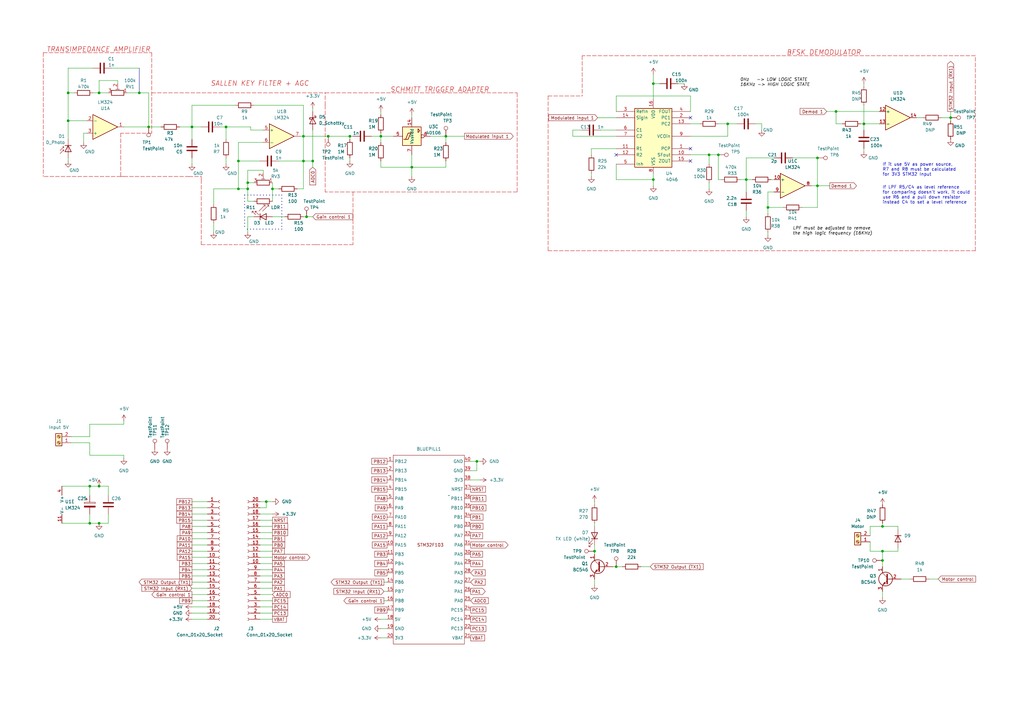
<source format=kicad_sch>
(kicad_sch (version 20230121) (generator eeschema)
  (paper "A3")
  (title_block (title "BFSK for VLC link") (date "2023-09-30") (rev "2") (company "Designer: Alan Vel"))
  (junction (at 128.27 66.04))
  (junction (at 290.83 63.5))
  (junction (at 252.73 232.41))
  (junction (at 156.21 55.88))
  (junction (at 354.33 50.8))
  (junction (at 298.45 50.8))
  (junction (at 335.28 76.2))
  (junction (at 36.83 214.63))
  (junction (at 168.91 68.58))
  (junction (at 36.83 199.39))
  (junction (at 40.64 38.1))
  (junction (at 40.64 214.63))
  (junction (at 143.51 55.88))
  (junction (at 57.15 38.1))
  (junction (at 125.73 88.9))
  (junction (at 124.46 55.88))
  (junction (at 361.95 229.87))
  (junction (at 60.96 52.07))
  (junction (at 111.76 77.47))
  (junction (at 40.64 199.39))
  (junction (at 294.64 63.5))
  (junction (at 92.71 52.07))
  (junction (at 267.97 73.66))
  (junction (at 97.79 66.04))
  (junction (at 361.95 215.9))
  (junction (at 267.97 34.29))
  (junction (at 124.46 66.04))
  (junction (at 101.6 77.47))
  (junction (at 243.84 226.06))
  (junction (at 109.22 205.74))
  (junction (at 182.88 55.88))
  (junction (at 78.74 52.07))
  (junction (at 389.89 48.26))
  (junction (at 195.58 189.23))
  (junction (at 306.07 73.66))
  (junction (at 335.28 64.77))
  (junction (at 27.94 38.1))
  (junction (at 101.6 74.93))
  (junction (at 27.94 49.53))
  (junction (at 342.9 45.72))
  (junction (at 134.62 55.88))
  (junction (at 314.96 85.09))
  (junction (at 97.79 77.47))
  (junction (at 361.95 226.06))
  (no_connect (at 252.73 63.5))
  (no_connect (at 283.21 48.26))
  (no_connect (at 283.21 60.96))
  (no_connect (at 283.21 66.04))
  (wire (pts (xy 266.7 232.41) (xy 262.89 232.41)))
  (wire (pts (xy 243.84 226.06) (xy 243.84 227.33)))
  (wire (pts (xy 27.94 49.53) (xy 35.56 49.53)))
  (wire (pts (xy 267.97 71.12) (xy 267.97 73.66)))
  (wire (pts (xy 243.84 223.52) (xy 243.84 226.06)))
  (wire (pts (xy 245.11 48.26) (xy 252.73 48.26)))
  (wire (pts (xy 152.4 55.88) (xy 156.21 55.88)))
  (wire (pts (xy 156.21 257.81) (xy 158.75 257.81)))
  (wire (pts (xy 90.17 52.07) (xy 92.71 52.07)))
  (wire (pts (xy 36.83 173.99) (xy 50.8 173.99)))
  (wire (pts (xy 243.84 214.63) (xy 243.84 215.9)))
  (wire (pts (xy 314.96 95.25) (xy 314.96 96.52)))
  (polyline (pts (xy 82.55 72.39) (xy 82.55 73.66)) (stroke (width 0) (type dash) (color 194 0 0 1)))
  (wire (pts (xy 111.76 88.9) (xy 116.84 88.9)))
  (bus (pts (xy 100.33 80.01) (xy 100.33 93.98)) (stroke (width 0) (type dot)))
  (polyline (pts (xy 212.09 38.1) (xy 212.09 78.74)) (stroke (width 0) (type dash) (color 194 0 0 1)))
  (wire (pts (xy 78.74 228.6) (xy 85.09 228.6)))
  (wire (pts (xy 97.79 77.47) (xy 101.6 77.47)))
  (wire (pts (xy 92.71 52.07) (xy 102.87 52.07)))
  (wire (pts (xy 242.57 71.12) (xy 242.57 72.39)))
  (wire (pts (xy 156.21 254) (xy 158.75 254)))
  (wire (pts (xy 303.53 73.66) (xy 306.07 73.66)))
  (wire (pts (xy 255.27 232.41) (xy 252.73 232.41)))
  (polyline (pts (xy 129.54 100.33) (xy 93.98 100.33)) (stroke (width 0) (type dash) (color 194 0 0 1)))
  (wire (pts (xy 106.68 213.36) (xy 111.76 213.36)))
  (wire (pts (xy 78.74 64.77) (xy 78.74 67.31)))
  (wire (pts (xy 106.68 236.22) (xy 111.76 236.22)))
  (wire (pts (xy 314.96 85.09) (xy 314.96 78.74)))
  (wire (pts (xy 290.83 63.5) (xy 294.64 63.5)))
  (wire (pts (xy 97.79 66.04) (xy 97.79 77.47)))
  (wire (pts (xy 101.6 69.85) (xy 101.6 74.93)))
  (wire (pts (xy 325.12 64.77) (xy 335.28 64.77)))
  (wire (pts (xy 156.21 55.88) (xy 156.21 58.42)))
  (wire (pts (xy 106.68 243.84) (xy 111.76 243.84)))
  (wire (pts (xy 87.63 77.47) (xy 97.79 77.47)))
  (wire (pts (xy 157.48 238.76) (xy 158.75 238.76)))
  (polyline (pts (xy 82.55 73.66) (xy 82.55 100.33)) (stroke (width 0) (type dash) (color 194 0 0 1)))
  (wire (pts (xy 295.91 73.66) (xy 294.64 73.66)))
  (wire (pts (xy 78.74 208.28) (xy 85.09 208.28)))
  (wire (pts (xy 290.83 63.5) (xy 290.83 67.31)))
  (wire (pts (xy 107.95 69.85) (xy 101.6 69.85)))
  (wire (pts (xy 182.88 58.42) (xy 182.88 55.88)))
  (wire (pts (xy 252.73 39.37) (xy 283.21 39.37)))
  (wire (pts (xy 106.68 226.06) (xy 111.76 226.06)))
  (wire (pts (xy 335.28 85.09) (xy 335.28 76.2)))
  (wire (pts (xy 156.21 55.88) (xy 161.29 55.88)))
  (wire (pts (xy 121.92 77.47) (xy 124.46 77.47)))
  (wire (pts (xy 267.97 34.29) (xy 267.97 40.64)))
  (polyline (pts (xy 77.47 72.39) (xy 82.55 72.39)) (stroke (width 0) (type dash) (color 194 0 0 1)))
  (wire (pts (xy 128.27 66.04) (xy 128.27 68.58)))
  (wire (pts (xy 25.4 199.39) (xy 36.83 199.39)))
  (polyline (pts (xy 50.8 72.39) (xy 77.47 72.39)) (stroke (width 0) (type dash) (color 194 0 0 1)))
  (wire (pts (xy 27.94 64.77) (xy 27.94 66.04)))
  (wire (pts (xy 78.74 218.44) (xy 85.09 218.44)))
  (wire (pts (xy 27.94 57.15) (xy 27.94 49.53)))
  (wire (pts (xy 78.74 243.84) (xy 85.09 243.84)))
  (wire (pts (xy 124.46 55.88) (xy 134.62 55.88)))
  (wire (pts (xy 106.68 205.74) (xy 109.22 205.74)))
  (polyline (pts (xy 133.35 38.1) (xy 212.09 38.1)) (stroke (width 0) (type dash) (color 194 0 0 1)))
  (polyline (pts (xy 400.05 22.86) (xy 238.76 22.86)) (stroke (width 0) (type dash) (color 194 0 0 1)))
  (wire (pts (xy 106.68 241.3) (xy 111.76 241.3)))
  (wire (pts (xy 78.74 236.22) (xy 85.09 236.22)))
  (wire (pts (xy 298.45 50.8) (xy 302.26 50.8)))
  (wire (pts (xy 124.46 66.04) (xy 124.46 77.47)))
  (wire (pts (xy 298.45 55.88) (xy 298.45 50.8)))
  (wire (pts (xy 195.58 189.23) (xy 196.85 189.23)))
  (wire (pts (xy 335.28 76.2) (xy 340.36 76.2)))
  (wire (pts (xy 243.84 237.49) (xy 243.84 240.03)))
  (wire (pts (xy 267.97 34.29) (xy 270.51 34.29)))
  (wire (pts (xy 52.07 38.1) (xy 57.15 38.1)))
  (wire (pts (xy 368.3 224.79) (xy 368.3 226.06)))
  (wire (pts (xy 156.21 45.72) (xy 156.21 46.99)))
  (polyline (pts (xy 133.35 43.18) (xy 133.35 38.1)) (stroke (width 0) (type dash) (color 194 0 0 1)))
  (wire (pts (xy 107.95 69.85) (xy 107.95 71.12)))
  (wire (pts (xy 78.74 220.98) (xy 85.09 220.98)))
  (wire (pts (xy 106.68 223.52) (xy 111.76 223.52)))
  (wire (pts (xy 353.06 50.8) (xy 354.33 50.8)))
  (wire (pts (xy 238.76 53.34) (xy 234.95 53.34)))
  (wire (pts (xy 25.4 214.63) (xy 36.83 214.63)))
  (polyline (pts (xy 17.78 21.59) (xy 17.78 72.39)) (stroke (width 0) (type dash) (color 194 0 0 1)))
  (wire (pts (xy 92.71 52.07) (xy 92.71 57.15)))
  (wire (pts (xy 36.83 214.63) (xy 40.64 214.63)))
  (wire (pts (xy 106.68 208.28) (xy 109.22 208.28)))
  (wire (pts (xy 314.96 87.63) (xy 314.96 85.09)))
  (wire (pts (xy 156.21 66.04) (xy 156.21 68.58)))
  (wire (pts (xy 106.68 246.38) (xy 111.76 246.38)))
  (wire (pts (xy 356.87 215.9) (xy 361.95 215.9)))
  (polyline (pts (xy 224.79 39.37) (xy 224.79 102.87)) (stroke (width 0) (type dash) (color 194 0 0 1)))
  (wire (pts (xy 193.04 189.23) (xy 195.58 189.23)))
  (wire (pts (xy 34.29 58.42) (xy 34.29 54.61)))
  (wire (pts (xy 342.9 45.72) (xy 360.68 45.72)))
  (wire (pts (xy 111.76 77.47) (xy 114.3 77.47)))
  (wire (pts (xy 195.58 189.23) (xy 195.58 193.04)))
  (polyline (pts (xy 133.35 43.18) (xy 133.35 78.74)) (stroke (width 0) (type dash) (color 194 0 0 1)))
  (wire (pts (xy 267.97 30.48) (xy 267.97 34.29)))
  (wire (pts (xy 48.26 33.02) (xy 40.64 33.02)))
  (wire (pts (xy 101.6 95.25) (xy 101.6 88.9)))
  (bus (pts (xy 100.33 80.01) (xy 115.57 80.01)) (stroke (width 0) (type dot)))
  (wire (pts (xy 78.74 226.06) (xy 85.09 226.06)))
  (wire (pts (xy 101.6 74.93) (xy 101.6 77.47)))
  (wire (pts (xy 48.26 34.29) (xy 48.26 33.02)))
  (wire (pts (xy 78.74 52.07) (xy 82.55 52.07)))
  (wire (pts (xy 106.68 215.9) (xy 111.76 215.9)))
  (polyline (pts (xy 62.23 21.59) (xy 62.23 54.61)) (stroke (width 0) (type dash) (color 194 0 0 1)))
  (wire (pts (xy 78.74 231.14) (xy 85.09 231.14)))
  (wire (pts (xy 294.64 50.8) (xy 298.45 50.8)))
  (polyline (pts (xy 224.79 39.37) (xy 238.76 39.37)) (stroke (width 0) (type dash) (color 194 0 0 1)))
  (wire (pts (xy 36.83 179.07) (xy 36.83 173.99)))
  (wire (pts (xy 111.76 77.47) (xy 111.76 82.55)))
  (wire (pts (xy 60.96 38.1) (xy 57.15 38.1)))
  (wire (pts (xy 124.46 88.9) (xy 125.73 88.9)))
  (wire (pts (xy 389.89 48.26) (xy 389.89 49.53)))
  (wire (pts (xy 87.63 91.44) (xy 87.63 95.25)))
  (wire (pts (xy 78.74 241.3) (xy 85.09 241.3)))
  (wire (pts (xy 306.07 73.66) (xy 308.61 73.66)))
  (wire (pts (xy 106.68 238.76) (xy 111.76 238.76)))
  (wire (pts (xy 106.68 231.14) (xy 111.76 231.14)))
  (wire (pts (xy 312.42 50.8) (xy 312.42 53.34)))
  (wire (pts (xy 384.81 237.49) (xy 381 237.49)))
  (wire (pts (xy 143.51 64.77) (xy 143.51 66.04)))
  (wire (pts (xy 106.68 228.6) (xy 111.76 228.6)))
  (wire (pts (xy 124.46 66.04) (xy 124.46 55.88)))
  (wire (pts (xy 156.21 54.61) (xy 156.21 55.88)))
  (wire (pts (xy 234.95 53.34) (xy 234.95 55.88)))
  (wire (pts (xy 316.23 73.66) (xy 317.5 73.66)))
  (wire (pts (xy 106.68 210.82) (xy 111.76 210.82)))
  (wire (pts (xy 328.93 85.09) (xy 335.28 85.09)))
  (wire (pts (xy 30.48 38.1) (xy 27.94 38.1)))
  (wire (pts (xy 356.87 226.06) (xy 361.95 226.06)))
  (wire (pts (xy 267.97 73.66) (xy 267.97 76.2)))
  (wire (pts (xy 50.8 187.96) (xy 50.8 186.69)))
  (wire (pts (xy 128.27 53.34) (xy 128.27 66.04)))
  (wire (pts (xy 283.21 39.37) (xy 283.21 45.72)))
  (wire (pts (xy 29.21 179.07) (xy 36.83 179.07)))
  (wire (pts (xy 182.88 66.04) (xy 182.88 68.58)))
  (wire (pts (xy 106.68 254) (xy 111.76 254)))
  (wire (pts (xy 36.83 199.39) (xy 36.83 203.2)))
  (wire (pts (xy 354.33 50.8) (xy 360.68 50.8)))
  (wire (pts (xy 27.94 38.1) (xy 27.94 49.53)))
  (wire (pts (xy 101.6 88.9) (xy 104.14 88.9)))
  (polyline (pts (xy 49.53 72.39) (xy 50.8 72.39)) (stroke (width 0) (type dash) (color 194 0 0 1)))
  (wire (pts (xy 168.91 46.99) (xy 168.91 48.26)))
  (wire (pts (xy 356.87 222.25) (xy 356.87 226.06)))
  (wire (pts (xy 252.73 232.41) (xy 251.46 232.41)))
  (wire (pts (xy 168.91 63.5) (xy 168.91 68.58)))
  (wire (pts (xy 97.79 58.42) (xy 97.79 66.04)))
  (wire (pts (xy 368.3 217.17) (xy 368.3 215.9)))
  (wire (pts (xy 60.96 38.1) (xy 60.96 52.07)))
  (wire (pts (xy 57.15 27.94) (xy 57.15 38.1)) (stroke (width 0) (color 0 0 132 1)))
  (wire (pts (xy 50.8 52.07) (xy 60.96 52.07)))
  (wire (pts (xy 182.88 68.58) (xy 168.91 68.58)))
  (polyline (pts (xy 49.53 54.61) (xy 49.53 72.39)) (stroke (width 0) (type dash) (color 194 0 0 1)))
  (wire (pts (xy 111.76 77.47) (xy 111.76 74.93)))
  (wire (pts (xy 109.22 208.28) (xy 109.22 205.74)))
  (wire (pts (xy 157.48 242.57) (xy 158.75 242.57)))
  (wire (pts (xy 78.74 248.92) (xy 85.09 248.92)))
  (wire (pts (xy 283.21 50.8) (xy 287.02 50.8)))
  (wire (pts (xy 38.1 27.94) (xy 27.94 27.94)))
  (wire (pts (xy 314.96 78.74) (xy 317.5 78.74)))
  (wire (pts (xy 78.74 251.46) (xy 85.09 251.46)))
  (wire (pts (xy 44.45 210.82) (xy 44.45 214.63)))
  (wire (pts (xy 96.52 43.18) (xy 78.74 43.18)))
  (polyline (pts (xy 224.79 102.87) (xy 400.05 102.87)) (stroke (width 0) (type dash) (color 194 0 0 1)))
  (wire (pts (xy 104.14 74.93) (xy 101.6 74.93)))
  (wire (pts (xy 156.21 261.62) (xy 158.75 261.62)))
  (wire (pts (xy 106.68 251.46) (xy 111.76 251.46)))
  (wire (pts (xy 143.51 55.88) (xy 143.51 57.15)))
  (wire (pts (xy 373.38 237.49) (xy 369.57 237.49)))
  (wire (pts (xy 283.21 55.88) (xy 298.45 55.88)))
  (wire (pts (xy 97.79 58.42) (xy 107.95 58.42)))
  (wire (pts (xy 157.48 246.38) (xy 158.75 246.38)))
  (wire (pts (xy 40.64 38.1) (xy 44.45 38.1)))
  (wire (pts (xy 101.6 77.47) (xy 101.6 82.55)))
  (wire (pts (xy 342.9 50.8) (xy 342.9 45.72)))
  (wire (pts (xy 45.72 27.94) (xy 57.15 27.94)))
  (wire (pts (xy 335.28 64.77) (xy 335.28 76.2)))
  (wire (pts (xy 78.74 210.82) (xy 85.09 210.82)))
  (wire (pts (xy 361.95 242.57) (xy 361.95 245.11)))
  (wire (pts (xy 34.29 54.61) (xy 35.56 54.61)))
  (wire (pts (xy 78.74 233.68) (xy 85.09 233.68)))
  (wire (pts (xy 356.87 219.71) (xy 356.87 215.9)))
  (polyline (pts (xy 129.54 100.33) (xy 144.78 100.33)) (stroke (width 0) (type dash) (color 194 0 0 1)))
  (polyline (pts (xy 238.76 22.86) (xy 238.76 39.37)) (stroke (width 0) (type dash) (color 194 0 0 1)))
  (wire (pts (xy 106.68 233.68) (xy 111.76 233.68)))
  (wire (pts (xy 101.6 82.55) (xy 104.14 82.55)))
  (wire (pts (xy 361.95 229.87) (xy 361.95 232.41)))
  (wire (pts (xy 278.13 34.29) (xy 280.67 34.29)))
  (polyline (pts (xy 49.53 72.39) (xy 17.78 72.39)) (stroke (width 0) (type dash) (color 194 0 0 1)))
  (wire (pts (xy 182.88 55.88) (xy 190.5 55.88)))
  (wire (pts (xy 124.46 55.88) (xy 123.19 55.88)))
  (wire (pts (xy 78.74 43.18) (xy 78.74 52.07)))
  (wire (pts (xy 36.83 186.69) (xy 50.8 186.69)))
  (wire (pts (xy 368.3 226.06) (xy 361.95 226.06)))
  (wire (pts (xy 193.04 196.85) (xy 196.85 196.85)))
  (wire (pts (xy 27.94 27.94) (xy 27.94 38.1)))
  (wire (pts (xy 78.74 223.52) (xy 85.09 223.52)))
  (wire (pts (xy 78.74 238.76) (xy 85.09 238.76)))
  (wire (pts (xy 104.14 43.18) (xy 124.46 43.18)))
  (wire (pts (xy 354.33 53.34) (xy 354.33 50.8)))
  (polyline (pts (xy 400.05 102.87) (xy 400.05 22.86)) (stroke (width 0) (type dash) (color 194 0 0 1)))
  (wire (pts (xy 38.1 38.1) (xy 40.64 38.1)))
  (wire (pts (xy 92.71 64.77) (xy 92.71 67.31)))
  (wire (pts (xy 78.74 254) (xy 85.09 254)))
  (wire (pts (xy 50.8 172.72) (xy 50.8 173.99)))
  (wire (pts (xy 36.83 210.82) (xy 36.83 214.63)))
  (wire (pts (xy 114.3 66.04) (xy 124.46 66.04)))
  (wire (pts (xy 243.84 205.74) (xy 243.84 207.01)))
  (wire (pts (xy 97.79 66.04) (xy 106.68 66.04)))
  (wire (pts (xy 386.08 48.26) (xy 389.89 48.26)))
  (wire (pts (xy 309.88 50.8) (xy 312.42 50.8)))
  (wire (pts (xy 354.33 60.96) (xy 354.33 62.23)))
  (wire (pts (xy 134.62 55.88) (xy 143.51 55.88)))
  (polyline (pts (xy 82.55 100.33) (xy 93.98 100.33)) (stroke (width 0) (type dash) (color 194 0 0 1)))
  (wire (pts (xy 109.22 205.74) (xy 111.76 205.74)))
  (wire (pts (xy 252.73 73.66) (xy 267.97 73.66)))
  (wire (pts (xy 87.63 77.47) (xy 87.63 83.82)))
  (bus (pts (xy 115.57 80.01) (xy 115.57 93.98)) (stroke (width 0) (type dot)))
  (wire (pts (xy 252.73 60.96) (xy 242.57 60.96)))
  (wire (pts (xy 124.46 43.18) (xy 124.46 55.88)))
  (wire (pts (xy 106.68 220.98) (xy 111.76 220.98)))
  (wire (pts (xy 283.21 63.5) (xy 290.83 63.5)))
  (bus (pts (xy 115.57 93.98) (xy 100.33 93.98)) (stroke (width 0) (type dot)))
  (wire (pts (xy 193.04 193.04) (xy 195.58 193.04)))
  (wire (pts (xy 354.33 43.18) (xy 354.33 50.8)))
  (wire (pts (xy 246.38 53.34) (xy 252.73 53.34)))
  (wire (pts (xy 368.3 215.9) (xy 361.95 215.9)))
  (wire (pts (xy 375.92 48.26) (xy 378.46 48.26)))
  (wire (pts (xy 252.73 45.72) (xy 252.73 39.37)))
  (wire (pts (xy 29.21 181.61) (xy 36.83 181.61)))
  (wire (pts (xy 125.73 88.9) (xy 128.27 88.9)))
  (wire (pts (xy 156.21 68.58) (xy 168.91 68.58)))
  (wire (pts (xy 44.45 199.39) (xy 44.45 203.2)))
  (wire (pts (xy 361.95 214.63) (xy 361.95 215.9)))
  (wire (pts (xy 73.66 52.07) (xy 78.74 52.07)))
  (wire (pts (xy 78.74 246.38) (xy 85.09 246.38)))
  (wire (pts (xy 317.5 64.77) (xy 306.07 64.77)))
  (polyline (pts (xy 62.23 38.1) (xy 133.35 38.1)) (stroke (width 0) (type dash) (color 194 0 0 1)))
  (wire (pts (xy 78.74 215.9) (xy 85.09 215.9)))
  (wire (pts (xy 168.91 68.58) (xy 168.91 72.39)))
  (wire (pts (xy 306.07 73.66) (xy 306.07 78.74)))
  (wire (pts (xy 234.95 55.88) (xy 252.73 55.88)))
  (wire (pts (xy 106.68 248.92) (xy 111.76 248.92)))
  (polyline (pts (xy 144.78 78.74) (xy 144.78 100.33)) (stroke (width 0) (type dash) (color 194 0 0 1)))
  (wire (pts (xy 294.64 73.66) (xy 294.64 63.5)))
  (wire (pts (xy 176.53 55.88) (xy 182.88 55.88)))
  (wire (pts (xy 40.64 199.39) (xy 44.45 199.39)))
  (wire (pts (xy 354.33 34.29) (xy 354.33 35.56)))
  (wire (pts (xy 40.64 33.02) (xy 40.64 38.1)))
  (wire (pts (xy 342.9 45.72) (xy 339.09 45.72)))
  (wire (pts (xy 106.68 218.44) (xy 111.76 218.44)))
  (wire (pts (xy 124.46 66.04) (xy 128.27 66.04)))
  (polyline (pts (xy 212.09 78.74) (xy 133.35 78.74)) (stroke (width 0) (type dash) (color 194 0 0 1)))
  (wire (pts (xy 36.83 199.39) (xy 40.64 199.39)))
  (wire (pts (xy 102.87 53.34) (xy 107.95 53.34)))
  (polyline (pts (xy 17.78 21.59) (xy 62.23 21.59)) (stroke (width 0) (type dash) (color 194 0 0 1)))
  (wire (pts (xy 306.07 86.36) (xy 306.07 88.9)))
  (wire (pts (xy 36.83 181.61) (xy 36.83 186.69)))
  (wire (pts (xy 252.73 67.31) (xy 252.73 73.66)))
  (wire (pts (xy 78.74 213.36) (xy 85.09 213.36)))
  (wire (pts (xy 128.27 44.45) (xy 128.27 45.72)))
  (wire (pts (xy 389.89 45.72) (xy 389.89 48.26)))
  (wire (pts (xy 78.74 205.74) (xy 85.09 205.74)))
  (wire (pts (xy 78.74 52.07) (xy 78.74 57.15)))
  (wire (pts (xy 143.51 55.88) (xy 144.78 55.88)))
  (wire (pts (xy 314.96 85.09) (xy 321.31 85.09)))
  (wire (pts (xy 361.95 226.06) (xy 361.95 229.87)))
  (polyline (pts (xy 62.23 54.61) (xy 49.53 54.61)) (stroke (width 0) (type dash) (color 194 0 0 1)))
  (wire (pts (xy 290.83 77.47) (xy 290.83 74.93)))
  (wire (pts (xy 242.57 60.96) (xy 242.57 63.5)))
  (wire (pts (xy 102.87 52.07) (xy 102.87 53.34)))
  (wire (pts (xy 345.44 50.8) (xy 342.9 50.8)))
  (wire (pts (xy 335.28 76.2) (xy 332.74 76.2)))
  (wire (pts (xy 306.07 64.77) (xy 306.07 73.66)))
  (wire (pts (xy 60.96 52.07) (xy 66.04 52.07)))
  (wire (pts (xy 40.64 214.63) (xy 44.45 214.63)))
  (text "SALLEN KEY FILTER + AGC" (at 86.36 35.56 0) (effects (font (size 2 2) italic) (justify left bottom)))
  (text "LPF must be adjusted to remove\nthe high logic frequency (16KHz)" (at 325.12 96.52 0) (effects (font (size 1.27 1.27) italic) (justify left bottom)))
  (text "TRANSIMPEDANCE AMPLIFIER" (at 19.05 21.59 0) (effects (font (size 2 2) italic) (justify left bottom)))
  (text "If LPF R5/C4 as level reference \nfor comparing doesn't work, it could\nuse R6 and a pull down resistor\ninstead C4 to set a level reference" (at 361.95 83.82 0) (effects (font (size 1.27 1.27)) (justify left bottom)))
  (text "SCHMITT TRIGGER ADAPTER" (at 160.02 38.1 0) (effects (font (size 2 2) italic) (justify left bottom)))
  (text "0Hz	  -> LOW LOGIC STATE\n16KHz -> HIGH LOGIC STATE" (at 303.53 35.56 0) (effects (font (size 1.27 1.27) italic) (justify left bottom)))
  (text "If it use 5V as power source,\nR7 and R8 must be calculated \nfor 3V3 STM32 Input " (at 361.95 72.39 0) (effects (font (size 1.27 1.27)) (justify left bottom)))
  (text "BFSK DEMODULATOR" (at 322.58 22.86 0) (effects (font (size 2 2) italic) (justify left bottom)))
  (global_label "PB10" (shape passive) (at 193.04 208.28 0) (property "Intersheetrefs" "${INTERSHEET_REFS}" (effects hide)))
  (global_label "PA15" (shape passive) (at 158.75 223.52 180) (property "Intersheetrefs" "${INTERSHEET_REFS}" (effects hide)))
  (global_label "PA1" (shape passive) (at 111.76 241.3 0) (property "Intersheetrefs" "${INTERSHEET_REFS}" (effects hide)))
  (global_label "PA9" (shape passive) (at 158.75 208.28 180) (property "Intersheetrefs" "${INTERSHEET_REFS}" (effects hide)))
  (global_label "PB3" (shape passive) (at 158.75 227.33 180) (property "Intersheetrefs" "${INTERSHEET_REFS}" (effects hide)))
  (global_label "ADC0" (shape input) (at 193.04 246.38 0) (property "Intersheetrefs" "${INTERSHEET_REFS}" (effects hide)))
  (global_label "Modulated input 1" (shape input) (at 245.11 48.26 180) (property "Intersheetrefs" "${INTERSHEET_REFS}" (effects hide)))
  (global_label "ADC0" (shape input) (at 128.27 68.58 270) (property "Intersheetrefs" "${INTERSHEET_REFS}" (effects hide)))
  (global_label "NRST" (shape passive) (at 111.76 213.36 0) (property "Intersheetrefs" "${INTERSHEET_REFS}" (effects hide)))
  (global_label "VBAT" (shape passive) (at 111.76 254 0) (property "Intersheetrefs" "${INTERSHEET_REFS}" (effects hide)))
  (global_label "PB0" (shape passive) (at 111.76 223.52 0) (property "Intersheetrefs" "${INTERSHEET_REFS}" (effects hide)))
  (global_label "STM32 Output (TX1)" (shape output) (at 157.48 238.76 180) (property "Intersheetrefs" "${INTERSHEET_REFS}" (effects hide)))
  (global_label "PB3" (shape passive) (at 78.74 231.14 180) (property "Intersheetrefs" "${INTERSHEET_REFS}" (effects hide)))
  (global_label "PB14" (shape passive) (at 78.74 210.82 180) (property "Intersheetrefs" "${INTERSHEET_REFS}" (effects hide)))
  (global_label "PA11" (shape passive) (at 78.74 223.52 180) (property "Intersheetrefs" "${INTERSHEET_REFS}" (effects hide)))
  (global_label "PA10" (shape passive) (at 78.74 220.98 180) (property "Intersheetrefs" "${INTERSHEET_REFS}" (effects hide)))
  (global_label "NRST" (shape passive) (at 193.04 200.66 0) (property "Intersheetrefs" "${INTERSHEET_REFS}" (effects hide)))
  (global_label "PB13" (shape passive) (at 158.75 193.04 180) (property "Intersheetrefs" "${INTERSHEET_REFS}" (effects hide)))
  (global_label "Motor control" (shape input) (at 384.81 237.49 0) (property "Intersheetrefs" "${INTERSHEET_REFS}" (effects hide)))
  (global_label "PB1" (shape passive) (at 111.76 220.98 0) (property "Intersheetrefs" "${INTERSHEET_REFS}" (effects hide)))
  (global_label "Motor control" (shape output) (at 193.04 223.52 0) (property "Intersheetrefs" "${INTERSHEET_REFS}" (effects hide)))
  (global_label "PA12" (shape passive) (at 158.75 219.71 180) (property "Intersheetrefs" "${INTERSHEET_REFS}" (effects hide)))
  (global_label "STM32 Input (RX1)" (shape input) (at 157.48 242.57 180) (property "Intersheetrefs" "${INTERSHEET_REFS}" (effects hide)))
  (global_label "PA2" (shape passive) (at 111.76 238.76 0) (property "Intersheetrefs" "${INTERSHEET_REFS}" (effects hide)))
  (global_label "PB0" (shape passive) (at 193.04 215.9 0) (property "Intersheetrefs" "${INTERSHEET_REFS}" (effects hide)))
  (global_label "PA5" (shape passive) (at 193.04 227.33 0) (property "Intersheetrefs" "${INTERSHEET_REFS}" (effects hide)))
  (global_label "Motor control" (shape output) (at 111.76 228.6 0) (property "Intersheetrefs" "${INTERSHEET_REFS}" (effects hide)))
  (global_label "PC13" (shape passive) (at 111.76 251.46 0) (property "Intersheetrefs" "${INTERSHEET_REFS}" (effects hide)))
  (global_label "PB4" (shape passive) (at 78.74 233.68 180) (property "Intersheetrefs" "${INTERSHEET_REFS}" (effects hide)))
  (global_label "PA8" (shape passive) (at 158.75 204.47 180) (property "Intersheetrefs" "${INTERSHEET_REFS}" (effects hide)))
  (global_label "STM32 Input (RX1)" (shape input) (at 78.74 241.3 180) (property "Intersheetrefs" "${INTERSHEET_REFS}" (effects hide)))
  (global_label "PA11" (shape passive) (at 158.75 215.9 180) (property "Intersheetrefs" "${INTERSHEET_REFS}" (effects hide)))
  (global_label "PC14" (shape passive) (at 111.76 248.92 0) (property "Intersheetrefs" "${INTERSHEET_REFS}" (effects hide)))
  (global_label "PA5" (shape passive) (at 111.76 231.14 0) (property "Intersheetrefs" "${INTERSHEET_REFS}" (effects hide)))
  (global_label "PB4" (shape passive) (at 158.75 231.14 180) (property "Intersheetrefs" "${INTERSHEET_REFS}" (effects hide)))
  (global_label "PA9" (shape passive) (at 78.74 218.44 180) (property "Intersheetrefs" "${INTERSHEET_REFS}" (effects hide)))
  (global_label "STM32 Output (TX1)" (shape output) (at 78.74 238.76 180) (property "Intersheetrefs" "${INTERSHEET_REFS}" (effects hide)))
  (global_label "PA3" (shape input) (at 193.04 234.95 0) (property "Intersheetrefs" "${INTERSHEET_REFS}" (effects hide)))
  (global_label "Gain control 1" (shape input) (at 128.27 88.9 0) (property "Intersheetrefs" "${INTERSHEET_REFS}" (effects hide)))
  (global_label "PA1" (shape output) (at 193.04 242.57 0) (property "Intersheetrefs" "${INTERSHEET_REFS}" (effects hide)))
  (global_label "PB11" (shape passive) (at 193.04 204.47 0) (property "Intersheetrefs" "${INTERSHEET_REFS}" (effects hide)))
  (global_label "Demod 1" (shape input) (at 339.09 45.72 180) (property "Intersheetrefs" "${INTERSHEET_REFS}" (effects hide)))
  (global_label "PB14" (shape passive) (at 158.75 196.85 180) (property "Intersheetrefs" "${INTERSHEET_REFS}" (effects hide)))
  (global_label "PB15" (shape passive) (at 158.75 200.66 180) (property "Intersheetrefs" "${INTERSHEET_REFS}" (effects hide)))
  (global_label "Gain control 1" (shape output) (at 157.48 246.38 180) (property "Intersheetrefs" "${INTERSHEET_REFS}" (effects hide)))
  (global_label "PA4" (shape passive) (at 193.04 231.14 0) (property "Intersheetrefs" "${INTERSHEET_REFS}" (effects hide)))
  (global_label "PB1" (shape passive) (at 193.04 212.09 0) (property "Intersheetrefs" "${INTERSHEET_REFS}" (effects hide)))
  (global_label "PA2" (shape input) (at 193.04 238.76 0) (property "Intersheetrefs" "${INTERSHEET_REFS}" (effects hide)))
  (global_label "PB9" (shape passive) (at 78.74 246.38 180) (property "Intersheetrefs" "${INTERSHEET_REFS}" (effects hide)))
  (global_label "Gain control 1" (shape output) (at 78.74 243.84 180) (property "Intersheetrefs" "${INTERSHEET_REFS}" (effects hide)))
  (global_label "STM32 Input (RX1)" (shape output) (at 389.89 45.72 90) (property "Intersheetrefs" "${INTERSHEET_REFS}" (effects hide)))
  (global_label "PC15" (shape passive) (at 111.76 246.38 0) (property "Intersheetrefs" "${INTERSHEET_REFS}" (effects hide)))
  (global_label "PB5" (shape passive) (at 158.75 234.95 180) (property "Intersheetrefs" "${INTERSHEET_REFS}" (effects hide)))
  (global_label "PB12" (shape passive) (at 78.74 205.74 180) (property "Intersheetrefs" "${INTERSHEET_REFS}" (effects hide)))
  (global_label "PA8" (shape passive) (at 78.74 215.9 180) (property "Intersheetrefs" "${INTERSHEET_REFS}" (effects hide)))
  (global_label "PC14" (shape passive) (at 193.04 254 0) (property "Intersheetrefs" "${INTERSHEET_REFS}" (effects hide)))
  (global_label "PA7" (shape passive) (at 193.04 219.71 0) (property "Intersheetrefs" "${INTERSHEET_REFS}" (effects hide)))
  (global_label "PB15" (shape passive) (at 78.74 213.36 180) (property "Intersheetrefs" "${INTERSHEET_REFS}" (effects hide)))
  (global_label "PB5" (shape passive) (at 78.74 236.22 180) (property "Intersheetrefs" "${INTERSHEET_REFS}" (effects hide)))
  (global_label "PC15" (shape passive) (at 193.04 250.19 0) (property "Intersheetrefs" "${INTERSHEET_REFS}" (effects hide)))
  (global_label "ADC0" (shape input) (at 111.76 243.84 0) (property "Intersheetrefs" "${INTERSHEET_REFS}" (effects hide)))
  (global_label "PA12" (shape passive) (at 78.74 226.06 180) (property "Intersheetrefs" "${INTERSHEET_REFS}" (effects hide)))
  (global_label "PB10" (shape passive) (at 111.76 218.44 0) (property "Intersheetrefs" "${INTERSHEET_REFS}" (effects hide)))
  (global_label "STM32 Output (TX1)" (shape input) (at 266.7 232.41 0) (property "Intersheetrefs" "${INTERSHEET_REFS}" (effects hide)))
  (global_label "PB11" (shape passive) (at 111.76 215.9 0) (property "Intersheetrefs" "${INTERSHEET_REFS}" (effects hide)))
  (global_label "PA10" (shape passive) (at 158.75 212.09 180) (property "Intersheetrefs" "${INTERSHEET_REFS}" (effects hide)))
  (global_label "PB12" (shape passive) (at 158.75 189.23 180) (property "Intersheetrefs" "${INTERSHEET_REFS}" (effects hide)))
  (global_label "VBAT" (shape passive) (at 193.04 261.62 0) (property "Intersheetrefs" "${INTERSHEET_REFS}" (effects hide)))
  (global_label "PA7" (shape passive) (at 111.76 226.06 0) (property "Intersheetrefs" "${INTERSHEET_REFS}" (effects hide)))
  (global_label "Modulated input 1" (shape output) (at 190.5 55.88 0) (property "Intersheetrefs" "${INTERSHEET_REFS}" (effects hide)))
  (global_label "PA4" (shape passive) (at 111.76 233.68 0) (property "Intersheetrefs" "${INTERSHEET_REFS}" (effects hide)))
  (global_label "PA15" (shape passive) (at 78.74 228.6 180) (property "Intersheetrefs" "${INTERSHEET_REFS}" (effects hide)))
  (global_label "PC13" (shape passive) (at 193.04 257.81 0) (property "Intersheetrefs" "${INTERSHEET_REFS}" (effects hide)))
  (global_label "Demod 1" (shape output) (at 340.36 76.2 0) (property "Intersheetrefs" "${INTERSHEET_REFS}" (effects hide)))
  (global_label "PA3" (shape passive) (at 111.76 236.22 0) (property "Intersheetrefs" "${INTERSHEET_REFS}" (effects hide)))
  (global_label "PB9" (shape passive) (at 158.75 250.19 180) (property "Intersheetrefs" "${INTERSHEET_REFS}" (effects hide)))
  (global_label "PB13" (shape passive) (at 78.74 208.28 180) (property "Intersheetrefs" "${INTERSHEET_REFS}" (effects hide)))
  (symbol (lib_id "power:GND") (at 63.5 184.15 0) (unit 1)
    (property "Reference" "#PWR067" (effects hide))
    (property "Value" "GND" (at 63.5 189.23 0))
  )
  (symbol (lib_id "power:GND") (at 68.58 184.15 0) (unit 1)
    (property "Reference" "#PWR068" (effects hide))
    (property "Value" "GND" (at 68.58 189.23 0))
  )
  (symbol (lib_id "power:GND") (at 354.33 62.23 0) (unit 1)
    (property "Reference" "#PWR056" (effects hide))
    (property "Value" "GND" (at 358.14 64.77 0))
  )
  (symbol (lib_id "power:GND") (at 111.76 205.74 90) (mirror x) (unit 1)
    (property "Reference" "#PWR018" (effects hide))
    (property "Value" "GND" (at 115.57 205.74 90) (effects (justify right)))
  )
  (symbol (lib_id "Connector:TestPoint") (at 243.84 226.06 90) (unit 1)
    (property "Reference" "TP9" (at 234.95 226.06 90) (effects (justify right)))
    (property "Value" "TestPoint" (at 231.14 228.6 90) (effects (justify right)))
    (property "Footprint" "TestPoint:TestPoint_Loop_D1.80mm_Drill1.0mm_Beaded" (effects hide))
  )
  (symbol (lib_id "Device:R") (at 382.27 48.26 90) (unit 1)
    (property "Reference" "R49" (at 382.27 50.8 90) (effects (justify left)))
    (property "Value" "DNP" (at 383.54 53.34 90) (effects (justify left)))
    (property "Footprint" "Resistor_THT:R_Axial_DIN0207_L6.3mm_D2.5mm_P10.16mm_Horizontal" (effects hide))
  )
  (symbol (lib_id "Device:R") (at 389.89 53.34 180) (unit 1)
    (property "Reference" "R51" (at 394.97 52.07 0) (effects (justify left)))
    (property "Value" "DNP" (at 396.24 54.61 0) (effects (justify left)))
    (property "Footprint" "Resistor_THT:R_Axial_DIN0207_L6.3mm_D2.5mm_P10.16mm_Horizontal" (effects hide))
  )
  (symbol (lib_id "power:GND") (at 243.84 240.03 0) (mirror y) (unit 1)
    (property "Reference" "#PWR038" (effects hide))
    (property "Value" "GND" (at 243.84 245.11 0))
  )
  (symbol (lib_id "MCU_ST_STM32F1:Bluepill_STM32F103") (at 176.53 227.33 0) (unit 1)
    (property "Reference" "BLUEPILL1" (at 175.895 184.15 0))
    (property "Value" "~" (at 184.15 203.2 0))
    (property "Footprint" "Module:Electrosmith_Daisy_Seed" (effects hide))
  )
  (symbol (lib_id "4xxx_IEEE:4046") (at 267.97 55.88 0) (unit 1)
    (property "Reference" "U4" (at 273.05 71.12 0) (effects (justify left)))
    (property "Value" "4046" (at 273.05 73.66 0) (effects (justify left)))
    (property "Footprint" "Package_DIP:DIP-16_W7.62mm_Socket_LongPads" (effects hide))
  )
  (symbol (lib_id "power:+3.3V") (at 111.76 210.82 270) (unit 1)
    (property "Reference" "#PWR019" (effects hide))
    (property "Value" "+3.3V" (at 115.57 210.82 90) (effects (justify left)))
  )
  (symbol (lib_id "power:GND") (at 361.95 245.11 0) (mirror y) (unit 1)
    (property "Reference" "#PWR060" (effects hide))
    (property "Value" "GND" (at 361.95 250.19 0))
  )
  (symbol (lib_id "Device:LED") (at 243.84 219.71 270) (mirror x) (unit 1)
    (property "Reference" "D7" (at 240.03 218.44 90))
    (property "Value" "TX LED (white)" (at 234.95 220.98 90))
    (property "Footprint" "LED_THT:LED_D3.0mm" (effects hide))
  )
  (symbol (lib_id "Device:C") (at 321.31 64.77 90) (unit 1)
    (property "Reference" "C21" (at 318.77 63.5 90) (effects (justify left)))
    (property "Value" "2p" (at 318.77 66.04 90) (effects (justify left)))
    (property "Footprint" "Capacitor_THT:C_Disc_D4.7mm_W2.5mm_P5.00mm" (effects hide))
  )
  (symbol (lib_id "Device:R") (at 100.33 43.18 90) (unit 1)
    (property "Reference" "R9" (at 101.6 45.72 90) (effects (justify left)))
    (property "Value" "1k" (at 101.6 48.26 90) (effects (justify left)))
    (property "Footprint" "Resistor_THT:R_Axial_DIN0207_L6.3mm_D2.5mm_P10.16mm_Horizontal" (effects hide))
  )
  (symbol (lib_id "Device:C") (at 354.33 57.15 180) (unit 1)
    (property "Reference" "C23" (at 360.68 57.15 0) (effects (justify left)))
    (property "Value" "100n" (at 361.95 59.69 0) (effects (justify left)))
    (property "Footprint" "Capacitor_THT:C_Disc_D4.7mm_W2.5mm_P5.00mm" (effects hide))
  )
  (symbol (lib_id "power:GND") (at 40.64 214.63 0) (unit 1)
    (property "Reference" "#PWR064" (effects hide))
    (property "Value" "GND" (at 40.64 219.71 0))
  )
  (symbol (lib_id "Diode:1N4148") (at 368.3 220.98 270) (unit 1)
    (property "Reference" "D9" (at 370.84 219.71 90) (effects (justify left)))
    (property "Value" "1N4148" (effects hide))
    (property "Footprint" "Diode_THT:D_DO-35_SOD27_P7.62mm_Horizontal" (effects hide))
    (property "Datasheet" "https://assets.nexperia.com/documents/data-sheet/1N4148_1N4448.pdf" (effects hide))
    (property "Sim.Device" "D" (effects hide))
    (property "Sim.Pins" "1=K 2=A" (effects hide))
  )
  (symbol (lib_id "power:+5V") (at 361.95 207.01 0) (mirror y) (unit 1)
    (property "Reference" "#PWR059" (effects hide))
    (property "Value" "+5V" (at 361.95 201.93 0))
  )
  (symbol (lib_id "Device:R") (at 87.63 87.63 180) (unit 1)
    (property "Reference" "R5" (at 93.98 86.36 0) (effects (justify left)))
    (property "Value" "1k" (at 92.71 88.9 0) (effects (justify left)))
    (property "Footprint" "Resistor_THT:R_Axial_DIN0207_L6.3mm_D2.5mm_P10.16mm_Horizontal" (effects hide))
  )
  (symbol (lib_id "Device:R") (at 120.65 88.9 90) (unit 1)
    (property "Reference" "R15" (at 124.46 91.44 90) (effects (justify left)))
    (property "Value" "100" (at 124.46 93.98 90) (effects (justify left)))
    (property "Footprint" "Resistor_THT:R_Axial_DIN0207_L6.3mm_D2.5mm_P10.16mm_Horizontal" (effects hide))
  )
  (symbol (lib_id "Device:C") (at 242.57 53.34 90) (unit 1)
    (property "Reference" "C13" (at 240.03 52.07 90))
    (property "Value" "1n" (at 246.38 52.07 90))
    (property "Footprint" "Capacitor_THT:C_Disc_D4.7mm_W2.5mm_P5.00mm" (effects hide))
  )
  (symbol (lib_id "Device:R") (at 242.57 67.31 0) (unit 1)
    (property "Reference" "R25" (at 245.11 66.04 0) (effects (justify left)))
    (property "Value" "22k" (at 245.11 68.58 0) (effects (justify left)))
    (property "Footprint" "Resistor_THT:R_Axial_DIN0207_L6.3mm_D2.5mm_P10.16mm_Horizontal" (effects hide))
  )
  (symbol (lib_id "power:GND") (at 312.42 53.34 0) (unit 1)
    (property "Reference" "#PWR051" (effects hide))
    (property "Value" "GND" (at 314.96 53.34 0))
  )
  (symbol (lib_id "Device:C") (at 44.45 207.01 0) (unit 1)
    (property "Reference" "C26" (at 45.72 204.47 0) (effects (justify left)))
    (property "Value" "2.2n" (effects hide))
    (property "Footprint" "Capacitor_THT:C_Disc_D4.7mm_W2.5mm_P5.00mm" (effects hide))
  )
  (symbol (lib_id "power:+5V") (at 354.33 34.29 0) (unit 1)
    (property "Reference" "#PWR055" (effects hide))
    (property "Value" "+5V" (at 354.33 29.21 0))
  )
  (symbol (lib_id "Amplifier_Operational:LM324") (at 368.3 48.26 0) (unit 4)
    (property "Reference" "U1" (at 368.3 38.1 0))
    (property "Value" "LM324" (at 368.3 40.64 0))
    (property "Footprint" "Package_DIP:DIP-14_W7.62mm_Socket_LongPads" (effects hide))
    (property "Datasheet" "http://www.ti.com/lit/ds/symlink/lm2902-n.pdf" (effects hide))
  )
  (symbol (lib_id "Connector:TestPoint") (at 68.58 184.15 0) (unit 1)
    (property "Reference" "TP12" (at 68.58 173.99 90) (effects (justify right)))
    (property "Value" "TestPoint" (at 66.675 170.815 90) (effects (justify right)))
    (property "Footprint" "TestPoint:TestPoint_Loop_D1.80mm_Drill1.0mm_Beaded" (effects hide))
  )
  (symbol (lib_id "Device:R") (at 118.11 77.47 90) (unit 1)
    (property "Reference" "R13" (at 121.92 80.01 90) (effects (justify left)))
    (property "Value" "100" (at 121.92 82.55 90) (effects (justify left)))
    (property "Footprint" "Resistor_THT:R_Axial_DIN0207_L6.3mm_D2.5mm_P10.16mm_Horizontal" (effects hide))
  )
  (symbol (lib_id "Transistor_BJT:BC546") (at 364.49 237.49 0) (mirror y) (unit 1)
    (property "Reference" "Q3" (at 359.41 236.22 0) (effects (justify left)))
    (property "Value" "BC546" (at 359.41 238.76 0) (effects (justify left)))
    (property "Footprint" "Package_TO_SOT_THT:TO-92_Inline" (effects hide))
    (property "Datasheet" "https://www.onsemi.com/pub/Collateral/BC550-D.pdf" (effects hide))
  )
  (symbol (lib_id "Device:R") (at 34.29 38.1 90) (unit 1)
    (property "Reference" "R1" (at 34.29 33.02 90))
    (property "Value" "470k" (at 34.29 35.56 90))
    (property "Footprint" "Resistor_THT:R_Axial_DIN0207_L6.3mm_D2.5mm_P10.16mm_Horizontal" (effects hide))
  )
  (symbol (lib_id "Device:C") (at 306.07 50.8 90) (unit 1)
    (property "Reference" "C17" (at 304.8 44.45 90) (effects (justify left)))
    (property "Value" "100n" (at 307.34 46.99 90) (effects (justify left)))
    (property "Footprint" "Capacitor_THT:C_Disc_D4.7mm_W2.5mm_P5.00mm" (effects hide))
  )
  (symbol (lib_id "Connector:TestPoint") (at 335.28 64.77 270) (unit 1)
    (property "Reference" "TP6" (at 344.17 63.5 90) (effects (justify right)))
    (property "Value" "TestPoint" (at 344.17 60.96 90) (effects (justify right)))
    (property "Footprint" "TestPoint:TestPoint_Loop_D1.80mm_Drill1.0mm_Beaded" (effects hide))
  )
  (symbol (lib_id "power:GND") (at 267.97 76.2 0) (unit 1)
    (property "Reference" "#PWR040" (effects hide))
    (property "Value" "GND" (at 267.97 81.28 0))
  )
  (symbol (lib_id "Device:C_Polarized") (at 36.83 207.01 0) (unit 1)
    (property "Reference" "C25" (at 31.75 204.47 0) (effects (justify left)))
    (property "Value" "C_Polarized" (effects hide))
    (property "Footprint" "Capacitor_THT:C_Radial_D5.0mm_H5.0mm_P2.00mm" (effects hide))
  )
  (symbol (lib_id "power:+3.3V") (at 78.74 254 90) (unit 1)
    (property "Reference" "#PWR011" (effects hide))
    (property "Value" "+3.3V" (at 74.93 254 90) (effects (justify left)))
  )
  (symbol (lib_id "power:GND") (at 101.6 95.25 0) (unit 1)
    (property "Reference" "#PWR016" (effects hide))
    (property "Value" "GND" (at 104.14 99.06 0))
  )
  (symbol (lib_id "Device:R") (at 325.12 85.09 90) (unit 1)
    (property "Reference" "R41" (at 327.025 89.535 90) (effects (justify left)))
    (property "Value" "10k" (at 327.025 86.995 90) (effects (justify left)))
    (property "Footprint" "Resistor_THT:R_Axial_DIN0207_L6.3mm_D2.5mm_P10.16mm_Horizontal" (effects hide))
  )
  (symbol (lib_id "Device:D_Schottky") (at 128.27 49.53 270) (unit 1)
    (property "Reference" "D5" (at 130.81 47.9425 90) (effects (justify left)))
    (property "Value" "D_Schottky" (at 130.81 50.4825 90) (effects (justify left)))
    (property "Footprint" "Diode_THT:D_DO-35_SOD27_P7.62mm_Horizontal" (effects hide))
  )
  (symbol (lib_id "power:GND") (at 242.57 72.39 0) (unit 1)
    (property "Reference" "#PWR035" (effects hide))
    (property "Value" "GND" (at 242.57 77.47 0))
  )
  (symbol (lib_id "Connector:TestPoint") (at 182.88 55.88 0) (unit 1)
    (property "Reference" "TP3" (at 185.42 49.53 0) (effects (justify right)))
    (property "Value" "TestPoint" (at 185.42 46.99 0) (effects (justify right)))
    (property "Footprint" "TestPoint:TestPoint_Loop_D1.80mm_Drill1.0mm_Beaded" (effects hide))
  )
  (symbol (lib_id "Connector:TestPoint") (at 134.62 55.88 180) (unit 1)
    (property "Reference" "TP2" (at 132.08 62.23 0) (effects (justify right)))
    (property "Value" "TestPoint" (at 132.08 64.77 0) (effects (justify right)))
    (property "Footprint" "TestPoint:TestPoint_Loop_D1.80mm_Drill1.0mm_Beaded" (effects hide))
  )
  (symbol (lib_id "Connector:Conn_01x20_Socket") (at 101.6 231.14 180) (unit 1)
    (property "Reference" "J3" (at 102.87 257.81 0))
    (property "Value" "Conn_01x20_Socket" (at 110.49 260.35 0))
    (property "Footprint" "Connector_PinHeader_2.54mm:PinHeader_1x20_P2.54mm_Vertical" (effects hide))
  )
  (symbol (lib_id "Connector:TestPoint") (at 60.96 52.07 180) (unit 1)
    (property "Reference" "TP1" (at 58.42 58.42 0) (effects (justify right)))
    (property "Value" "TestPoint" (at 58.42 60.96 0) (effects (justify right)))
    (property "Footprint" "TestPoint:TestPoint_Loop_D1.80mm_Drill1.0mm_Beaded" (effects hide))
  )
  (symbol (lib_id "power:+5V") (at 168.91 46.99 0) (unit 1)
    (property "Reference" "#PWR029" (effects hide))
    (property "Value" "+5V" (at 168.91 41.91 0))
  )
  (symbol (lib_id "power:+5V") (at 267.97 30.48 0) (unit 1)
    (property "Reference" "#PWR039" (effects hide))
    (property "Value" "+5V" (at 267.97 25.4 0))
  )
  (symbol (lib_id "power:+5V") (at 156.21 254 90) (mirror x) (unit 1)
    (property "Reference" "#PWR026" (effects hide))
    (property "Value" "+5V" (at 152.4 254 90) (effects (justify left)))
  )
  (symbol (lib_id "Connector:Screw_Terminal_01x02") (at 24.13 181.61 180) (unit 1)
    (property "Reference" "J1" (at 24.13 172.72 0))
    (property "Value" "Input 5V" (at 24.13 175.26 0))
    (property "Footprint" "TerminalBlock_Phoenix:TerminalBlock_Phoenix_MKDS-1,5-2-5.08_1x02_P5.08mm_Horizontal" (effects hide))
  )
  (symbol (lib_id "Device:R") (at 143.51 60.96 0) (unit 1)
    (property "Reference" "R17" (at 138.43 59.69 0) (effects (justify left)))
    (property "Value" "1M" (at 138.43 62.23 0) (effects (justify left)))
    (property "Footprint" "Resistor_THT:R_Axial_DIN0207_L6.3mm_D2.5mm_P10.16mm_Horizontal" (effects hide))
  )
  (symbol (lib_id "power:+3.3V") (at 128.27 44.45 0) (unit 1)
    (property "Reference" "#PWR020" (effects hide))
    (property "Value" "+3.3V" (at 128.27 39.37 0))
  )
  (symbol (lib_id "Device:C") (at 41.91 27.94 90) (unit 1)
    (property "Reference" "C1" (at 46.99 24.13 90) (effects (justify left)))
    (property "Value" "1n" (at 46.99 26.67 90) (effects (justify left)))
    (property "Footprint" "Capacitor_THT:C_Disc_D4.7mm_W2.5mm_P5.00mm" (effects hide))
  )
  (symbol (lib_id "Device:R") (at 156.21 50.8 0) (unit 1)
    (property "Reference" "R19" (at 151.13 49.53 0) (effects (justify left)))
    (property "Value" "1M" (at 151.13 52.07 0) (effects (justify left)))
    (property "Footprint" "Resistor_THT:R_Axial_DIN0207_L6.3mm_D2.5mm_P10.16mm_Horizontal" (effects hide))
  )
  (symbol (lib_id "power:GND") (at 314.96 96.52 0) (unit 1)
    (property "Reference" "#PWR053" (effects hide))
    (property "Value" "GND" (at 314.96 101.6 0))
  )
  (symbol (lib_id "power:GND") (at 92.71 67.31 0) (unit 1)
    (property "Reference" "#PWR014" (effects hide))
    (property "Value" "GND" (at 95.25 71.12 0))
  )
  (symbol (lib_id "power:GND") (at 34.29 58.42 0) (unit 1)
    (property "Reference" "#PWR03" (effects hide))
    (property "Value" "GND" (at 36.83 62.23 0))
  )
  (symbol (lib_id "Device:R") (at 377.19 237.49 270) (mirror x) (unit 1)
    (property "Reference" "R48" (at 377.19 231.14 90))
    (property "Value" "1k" (at 377.19 233.68 90))
    (property "Footprint" "Resistor_THT:R_Axial_DIN0207_L6.3mm_D2.5mm_P10.16mm_Horizontal" (effects hide))
  )
  (symbol (lib_id "Device:C") (at 86.36 52.07 90) (unit 1)
    (property "Reference" "C7" (at 91.44 48.26 90) (effects (justify left)))
    (property "Value" "10n" (at 91.44 50.8 90) (effects (justify left)))
    (property "Footprint" "Capacitor_THT:C_Disc_D4.7mm_W2.5mm_P5.00mm" (effects hide))
  )
  (symbol (lib_id "Connector:Screw_Terminal_01x02") (at 351.79 222.25 180) (unit 1)
    (property "Reference" "J4" (at 351.79 213.36 0))
    (property "Value" "Motor" (at 351.79 215.9 0))
    (property "Footprint" "TerminalBlock_Phoenix:TerminalBlock_Phoenix_MKDS-1,5-2-5.08_1x02_P5.08mm_Horizontal" (effects hide))
  )
  (symbol (lib_id "power:+3.3V") (at 156.21 261.62 90) (unit 1)
    (property "Reference" "#PWR028" (effects hide))
    (property "Value" "+3.3V" (at 152.4 261.62 90) (effects (justify left)))
  )
  (symbol (lib_id "Device:R") (at 243.84 210.82 0) (mirror y) (unit 1)
    (property "Reference" "R27" (at 241.3 209.55 0) (effects (justify left)))
    (property "Value" "270" (at 241.3 212.09 0) (effects (justify left)))
    (property "Footprint" "Resistor_THT:R_Axial_DIN0207_L6.3mm_D2.5mm_P10.16mm_Horizontal" (effects hide))
  )
  (symbol (lib_id "Device:C") (at 148.59 55.88 90) (unit 1)
    (property "Reference" "C11" (at 144.78 52.07 90) (effects (justify left)))
    (property "Value" "1n" (at 147.32 54.61 90) (effects (justify left)))
    (property "Footprint" "Capacitor_THT:C_Disc_D4.7mm_W2.5mm_P5.00mm" (effects hide))
  )
  (symbol (lib_id "Device:R") (at 312.42 73.66 90) (unit 1)
    (property "Reference" "R36" (at 312.42 78.74 90) (effects (justify left)))
    (property "Value" "10k" (at 312.42 76.2 90) (effects (justify left)))
    (property "Footprint" "Resistor_THT:R_Axial_DIN0207_L6.3mm_D2.5mm_P10.16mm_Horizontal" (effects hide))
  )
  (symbol (lib_id "Connector:TestPoint") (at 63.5 184.15 0) (unit 1)
    (property "Reference" "TP11" (at 63.5 173.99 90) (effects (justify right)))
    (property "Value" "TestPoint" (at 61.595 170.815 90) (effects (justify right)))
    (property "Footprint" "TestPoint:TestPoint_Loop_D1.80mm_Drill1.0mm_Beaded" (effects hide))
  )
  (symbol (lib_id "Device:C") (at 78.74 60.96 180) (unit 1)
    (property "Reference" "C5" (at 74.93 62.23 0) (effects (justify left)))
    (property "Value" "10n" (at 74.93 59.69 0) (effects (justify left)))
    (property "Footprint" "Capacitor_THT:C_Disc_D4.7mm_W2.5mm_P5.00mm" (effects hide))
  )
  (symbol (lib_id "Device:R_Potentiometer_Trim") (at 48.26 38.1 270) (mirror x) (unit 1)
    (property "Reference" "RV1" (at 53.34 35.56 90))
    (property "Value" "100k" (at 53.34 33.02 90))
    (property "Footprint" "Potentiometer_THT:Potentiometer_Bourns_3296W_Vertical" (effects hide))
  )
  (symbol (lib_id "Device:R") (at 69.85 52.07 90) (unit 1)
    (property "Reference" "R3" (at 71.12 54.61 90) (effects (justify left)))
    (property "Value" "47k" (at 71.12 57.15 90) (effects (justify left)))
    (property "Footprint" "Resistor_THT:R_Axial_DIN0207_L6.3mm_D2.5mm_P10.16mm_Horizontal" (effects hide))
  )
  (symbol (lib_id "Connector:TestPoint") (at 125.73 88.9 0) (unit 1)
    (property "Reference" "TP4" (at 130.81 85.09 0) (effects (justify right)))
    (property "Value" "TestPoint" (at 133.35 82.55 0) (effects (justify right)))
    (property "Footprint" "TestPoint:TestPoint_Loop_D1.80mm_Drill1.0mm_Beaded" (effects hide))
  )
  (symbol (lib_id "Connector:TestPoint") (at 294.64 63.5 270) (unit 1)
    (property "Reference" "TP5" (at 303.53 62.23 90) (effects (justify right)))
    (property "Value" "TestPoint" (at 303.53 59.69 90) (effects (justify right)))
    (property "Footprint" "TestPoint:TestPoint_Loop_D1.80mm_Drill1.0mm_Beaded" (effects hide))
  )
  (symbol (lib_id "Connector:TestPoint") (at 252.73 232.41 0) (unit 1)
    (property "Reference" "TP8" (at 254 226.06 0) (effects (justify right)))
    (property "Value" "TestPoint" (at 256.54 223.52 0) (effects (justify right)))
    (property "Footprint" "TestPoint:TestPoint_Loop_D1.80mm_Drill1.0mm_Beaded" (effects hide))
  )
  (symbol (lib_id "power:GND") (at 27.94 66.04 0) (unit 1)
    (property "Reference" "#PWR01" (effects hide))
    (property "Value" "GND" (at 30.48 69.85 0))
  )
  (symbol (lib_id "Device:R_Potentiometer_Trim") (at 107.95 74.93 270) (mirror x) (unit 1)
    (property "Reference" "RV3" (at 113.03 72.39 90))
    (property "Value" "5k" (at 113.03 69.85 90))
    (property "Footprint" "Potentiometer_THT:Potentiometer_Bourns_3296W_Vertical" (effects hide))
  )
  (symbol (lib_id "Transistor_BJT:BC546") (at 246.38 232.41 0) (mirror y) (unit 1)
    (property "Reference" "Q1" (at 241.3 231.14 0) (effects (justify left)))
    (property "Value" "BC546" (at 241.3 233.68 0) (effects (justify left)))
    (property "Footprint" "Package_TO_SOT_THT:TO-92_Inline" (effects hide))
    (property "Datasheet" "https://www.onsemi.com/pub/Collateral/BC550-D.pdf" (effects hide))
  )
  (symbol (lib_id "Device:C") (at 306.07 82.55 180) (unit 1)
    (property "Reference" "C18" (at 302.26 83.82 0) (effects (justify left)))
    (property "Value" "2.2n" (at 302.26 81.28 0) (effects (justify left)))
    (property "Footprint" "Capacitor_THT:C_Disc_D4.7mm_W2.5mm_P5.00mm" (effects hide))
  )
  (symbol (lib_id "power:GND") (at 156.21 257.81 270) (mirror x) (unit 1)
    (property "Reference" "#PWR027" (effects hide))
    (property "Value" "GND" (at 152.4 257.81 90) (effects (justify right)))
  )
  (symbol (lib_id "Device:R") (at 349.25 50.8 90) (unit 1)
    (property "Reference" "R43" (at 349.25 53.34 90) (effects (justify left)))
    (property "Value" "1k" (at 349.25 55.88 90) (effects (justify left)))
    (property "Footprint" "Resistor_THT:R_Axial_DIN0207_L6.3mm_D2.5mm_P10.16mm_Horizontal" (effects hide))
  )
  (symbol (lib_id "power:GND") (at 196.85 189.23 90) (mirror x) (unit 1)
    (property "Reference" "#PWR033" (effects hide))
    (property "Value" "GND" (at 200.66 189.23 90) (effects (justify right)))
  )
  (symbol (lib_id "power:+5V") (at 40.64 199.39 0) (unit 1)
    (property "Reference" "#PWR063" (effects hide))
    (property "Value" "+5V" (at 38.1 196.85 0))
  )
  (symbol (lib_id "power:GND") (at 290.83 77.47 0) (unit 1)
    (property "Reference" "#PWR045" (effects hide))
    (property "Value" "GND" (at 290.83 82.55 0))
  )
  (symbol (lib_id "Connector:TestPoint") (at 361.95 229.87 90) (unit 1)
    (property "Reference" "TP10" (at 351.79 229.87 90) (effects (justify right)))
    (property "Value" "TestPoint" (at 349.25 232.41 90) (effects (justify right)))
    (property "Footprint" "TestPoint:TestPoint_Loop_D1.80mm_Drill1.0mm_Beaded" (effects hide))
  )
  (symbol (lib_id "Amplifier_Operational:LM324") (at 325.12 76.2 0) (unit 3)
    (property "Reference" "U1" (at 325.12 66.04 0))
    (property "Value" "LM324" (at 325.12 68.58 0))
    (property "Footprint" "Package_DIP:DIP-14_W7.62mm_Socket_LongPads" (effects hide))
    (property "Datasheet" "http://www.ti.com/lit/ds/symlink/lm2902-n.pdf" (effects hide))
  )
  (symbol (lib_id "power:GND") (at 280.67 34.29 0) (unit 1)
    (property "Reference" "#PWR043" (effects hide))
    (property "Value" "GND" (at 284.48 36.83 0))
  )
  (symbol (lib_id "Device:R") (at 290.83 50.8 90) (unit 1)
    (property "Reference" "R29" (at 290.83 45.72 90))
    (property "Value" "1k" (at 290.83 48.26 90))
    (property "Footprint" "Resistor_THT:R_Axial_DIN0207_L6.3mm_D2.5mm_P10.16mm_Horizontal" (effects hide))
  )
  (symbol (lib_id "Device:R_Photo") (at 107.95 82.55 90) (unit 1)
    (property "Reference" "R11" (at 102.87 85.09 90))
    (property "Value" "LDR" (at 113.03 85.09 90))
    (property "Footprint" "Connector_PinHeader_2.54mm:PinHeader_1x02_P2.54mm_Vertical" (effects hide))
  )
  (symbol (lib_id "power:GND") (at 87.63 95.25 0) (unit 1)
    (property "Reference" "#PWR012" (effects hide))
    (property "Value" "GND" (at 90.17 95.25 0))
  )
  (symbol (lib_id "power:GND") (at 306.07 88.9 0) (unit 1)
    (property "Reference" "#PWR049" (effects hide))
    (property "Value" "GND" (at 306.07 93.98 0))
  )
  (symbol (lib_id "Device:R") (at 156.21 62.23 0) (unit 1)
    (property "Reference" "R20" (at 151.13 60.96 0) (effects (justify left)))
    (property "Value" "1M" (at 151.13 63.5 0) (effects (justify left)))
    (property "Footprint" "Resistor_THT:R_Axial_DIN0207_L6.3mm_D2.5mm_P10.16mm_Horizontal" (effects hide))
  )
  (symbol (lib_id "Connector:TestPoint") (at 389.89 48.26 270) (unit 1)
    (property "Reference" "TP7" (at 400.05 48.26 90) (effects (justify right)))
    (property "Value" "TestPoint" (at 400.05 45.72 90) (effects (justify right)))
    (property "Footprint" "TestPoint:TestPoint_Loop_D1.80mm_Drill1.0mm_Beaded" (effects hide))
  )
  (symbol (lib_id "Device:R") (at 92.71 60.96 180) (unit 1)
    (property "Reference" "R7" (at 90.17 62.23 0) (effects (justify left)))
    (property "Value" "1k" (at 90.17 59.69 0) (effects (justify left)))
    (property "Footprint" "Resistor_THT:R_Axial_DIN0207_L6.3mm_D2.5mm_P10.16mm_Horizontal" (effects hide))
  )
  (symbol (lib_id "power:+5V") (at 156.21 45.72 0) (unit 1)
    (property "Reference" "#PWR024" (effects hide))
    (property "Value" "+5V" (at 156.21 40.64 0))
  )
  (symbol (lib_id "power:+5V") (at 50.8 172.72 0) (unit 1)
    (property "Reference" "#PWR05" (effects hide))
    (property "Value" "+5V" (at 50.8 167.64 0))
  )
  (symbol (lib_id "Device:C") (at 274.32 34.29 90) (unit 1)
    (property "Reference" "C15" (at 279.4 30.48 90) (effects (justify left)))
    (property "Value" "100n" (at 281.94 33.02 90) (effects (justify left)))
    (property "Footprint" "Capacitor_THT:C_Disc_D4.7mm_W2.5mm_P5.00mm" (effects hide))
  )
  (symbol (lib_id "Device:LED") (at 107.95 88.9 0) (mirror x) (unit 1)
    (property "Reference" "D3" (at 105.41 91.44 0))
    (property "Value" "LED" (at 110.49 91.44 0))
    (property "Footprint" "LED_THT:LED_D3.0mm" (effects hide))
  )
  (symbol (lib_id "power:GND") (at 389.89 57.15 0) (unit 1)
    (property "Reference" "#PWR061" (effects hide))
    (property "Value" "GND" (at 393.7 59.69 0))
  )
  (symbol (lib_id "Device:R") (at 182.88 62.23 0) (unit 1)
    (property "Reference" "R23" (at 177.8 60.96 0) (effects (justify left)))
    (property "Value" "1M" (at 177.8 63.5 0) (effects (justify left)))
    (property "Footprint" "Resistor_THT:R_Axial_DIN0207_L6.3mm_D2.5mm_P10.16mm_Horizontal" (effects hide))
  )
  (symbol (lib_id "power:+5V") (at 78.74 248.92 90) (mirror x) (unit 1)
    (property "Reference" "#PWR09" (effects hide))
    (property "Value" "+5V" (at 74.93 248.92 90) (effects (justify left)))
  )
  (symbol (lib_id "Device:R") (at 354.33 39.37 0) (unit 1)
    (property "Reference" "R45" (at 349.25 38.1 0) (effects (justify left)))
    (property "Value" "DNP" (at 349.25 40.64 0) (effects (justify left)))
    (property "Footprint" "Resistor_THT:R_Axial_DIN0207_L6.3mm_D2.5mm_P10.16mm_Horizontal" (effects hide))
  )
  (symbol (lib_id "power:GND") (at 168.91 72.39 0) (unit 1)
    (property "Reference" "#PWR030" (effects hide))
    (property "Value" "GND" (at 168.91 77.47 0))
  )
  (symbol (lib_id "Device:R") (at 299.72 73.66 90) (unit 1)
    (property "Reference" "R33" (at 302.26 71.12 90) (effects (justify left)))
    (property "Value" "470k" (at 302.26 68.58 90) (effects (justify left)))
    (property "Footprint" "Resistor_THT:R_Axial_DIN0207_L6.3mm_D2.5mm_P10.16mm_Horizontal" (effects hide))
  )
  (symbol (lib_id "Device:D_Photo") (at 27.94 62.23 90) (mirror x) (unit 1)
    (property "Reference" "D1" (at 26.67 55.88 90) (effects (justify left)))
    (property "Value" "D_Photo" (at 26.67 58.42 90) (effects (justify left)))
    (property "Footprint" "Connector_PinHeader_2.54mm:PinHeader_1x02_P2.54mm_Vertical" (effects hide))
  )
  (symbol (lib_id "Device:R") (at 314.96 91.44 180) (unit 1)
    (property "Reference" "R38" (at 320.04 92.71 0) (effects (justify left)))
    (property "Value" "10k" (at 320.04 90.17 0) (effects (justify left)))
    (property "Footprint" "Resistor_THT:R_Axial_DIN0207_L6.3mm_D2.5mm_P10.16mm_Horizontal" (effects hide))
  )
  (symbol (lib_id "Device:R") (at 259.08 232.41 270) (mirror x) (unit 1)
    (property "Reference" "R28" (at 259.08 226.06 90))
    (property "Value" "22k" (at 259.08 228.6 90))
    (property "Footprint" "Resistor_THT:R_Axial_DIN0207_L6.3mm_D2.5mm_P10.16mm_Horizontal" (effects hide))
  )
  (symbol (lib_id "power:GND") (at 78.74 67.31 0) (unit 1)
    (property "Reference" "#PWR07" (effects hide))
    (property "Value" "GND" (at 81.28 71.12 0))
  )
  (symbol (lib_id "Device:C") (at 110.49 66.04 90) (unit 1)
    (property "Reference" "C9" (at 115.57 62.23 90) (effects (justify left)))
    (property "Value" "1n" (at 115.57 64.77 90) (effects (justify left)))
    (property "Footprint" "Capacitor_THT:C_Disc_D4.7mm_W2.5mm_P5.00mm" (effects hide))
  )
  (symbol (lib_id "Connector:Conn_01x20_Socket") (at 90.17 228.6 0) (unit 1)
    (property "Reference" "J2" (at 87.63 257.81 0) (effects (justify left)))
    (property "Value" "Conn_01x20_Socket" (at 72.39 260.35 0) (effects (justify left)))
    (property "Footprint" "Connector_PinHeader_2.54mm:PinHeader_1x20_P2.54mm_Vertical" (effects hide))
  )
  (symbol (lib_id "power:GND") (at 78.74 251.46 270) (mirror x) (unit 1)
    (property "Reference" "#PWR010" (effects hide))
    (property "Value" "GND" (at 74.93 251.46 90) (effects (justify right)))
  )
  (symbol (lib_id "4xxx_IEEE:40106") (at 168.91 55.88 0) (unit 3)
    (property "Reference" "U3" (at 177.8 51.9431 0))
    (property "Value" "40106" (at 177.8 54.4831 0))
    (property "Footprint" "Package_DIP:DIP-14_W7.62mm_Socket_LongPads" (effects hide))
  )
  (symbol (lib_id "power:+5V") (at 243.84 205.74 0) (mirror y) (unit 1)
    (property "Reference" "#PWR037" (effects hide))
    (property "Value" "+5V" (at 243.84 200.66 0))
  )
  (symbol (lib_id "power:GND") (at 50.8 187.96 0) (unit 1)
    (property "Reference" "#PWR06" (effects hide))
    (property "Value" "GND" (at 50.8 193.04 0))
  )
  (symbol (lib_id "Amplifier_Operational:LM324") (at 115.57 55.88 0) (unit 2)
    (property "Reference" "U1" (at 115.57 45.72 0))
    (property "Value" "LM324" (at 115.57 48.26 0))
    (property "Footprint" "Package_DIP:DIP-14_W7.62mm_Socket_LongPads" (effects hide))
    (property "Datasheet" "http://www.ti.com/lit/ds/symlink/lm2902-n.pdf" (effects hide))
  )
  (symbol (lib_id "power:+3.3V") (at 196.85 196.85 270) (unit 1)
    (property "Reference" "#PWR034" (effects hide))
    (property "Value" "+3.3V" (at 200.66 196.85 90) (effects (justify left)))
  )
  (symbol (lib_id "power:GND") (at 143.51 66.04 0) (unit 1)
    (property "Reference" "#PWR022" (effects hide))
    (property "Value" "GND" (at 143.51 71.12 0))
  )
  (symbol (lib_id "Device:R") (at 361.95 210.82 0) (mirror y) (unit 1)
    (property "Reference" "R47" (at 359.41 209.55 0) (effects (justify left)))
    (property "Value" "DNP" (at 359.41 212.09 0) (effects (justify left)))
    (property "Footprint" "Resistor_THT:R_Axial_DIN0207_L6.3mm_D2.5mm_P10.16mm_Horizontal" (effects hide))
  )
  (symbol (lib_id "Amplifier_Operational:LM324") (at 27.94 207.01 0) (unit 5)
    (property "Reference" "U1" (at 26.67 205.74 0) (effects (justify left)))
    (property "Value" "LM324" (at 26.67 208.28 0) (effects (justify left)))
    (property "Footprint" "Package_DIP:DIP-14_W7.62mm_Socket_LongPads" (effects hide))
    (property "Datasheet" "http://www.ti.com/lit/ds/symlink/lm2902-n.pdf" (effects hide))
  )
  (symbol (lib_id "Device:R") (at 290.83 71.12 0) (unit 1)
    (property "Reference" "R30" (at 285.75 69.85 0) (effects (justify left)))
    (property "Value" "100k" (at 284.48 72.39 0) (effects (justify left)))
    (property "Footprint" "Resistor_THT:R_Axial_DIN0207_L6.3mm_D2.5mm_P10.16mm_Horizontal" (effects hide))
  )
  (symbol (lib_id "Amplifier_Operational:LM324") (at 43.18 52.07 0) (mirror x) (unit 1)
    (property "Reference" "U1" (at 43.18 44.45 0))
    (property "Value" "LM324" (at 43.18 41.91 0))
    (property "Footprint" "Package_DIP:DIP-14_W7.62mm_Socket_LongPads" (effects hide))
    (property "Datasheet" "http://www.ti.com/lit/ds/symlink/lm2902-n.pdf" (effects hide))
  )
)
</source>
